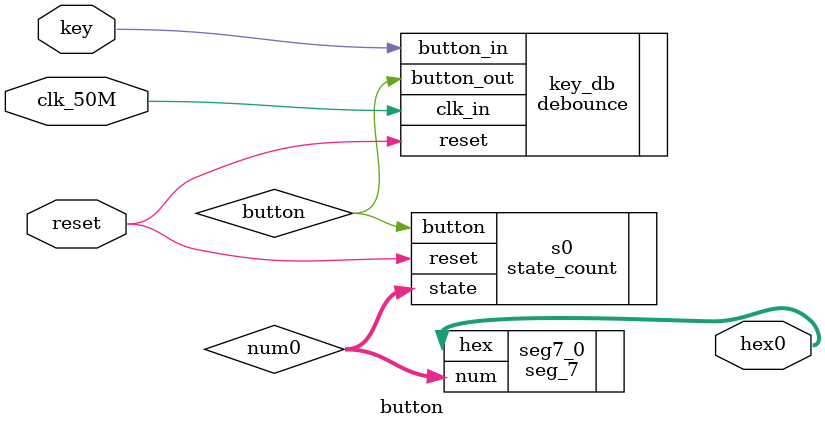
<source format=v>
module button(reset, clk_50M, key, hex0);
	input		reset, clk_50M;
	input		key;
	output	[6:0]hex0;
	
	wire 		button;
	wire		[3:0]num0;

	debounce key_db(.reset(reset), .clk_in(clk_50M), .button_in(key), .button_out(button));
	state_count s0(.reset(reset), .button(button), .state(num0));
	seg_7 seg7_0 (.num(num0), .hex(hex0));
endmodule

</source>
